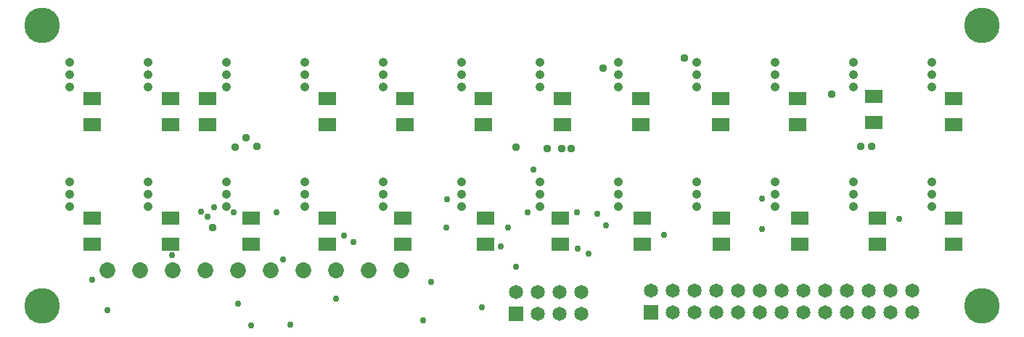
<source format=gts>
%FSLAX44Y44*%
%MOMM*%
G71*
G01*
G75*
G04 Layer_Color=8388736*
%ADD10R,1.9000X1.3500*%
%ADD11C,0.2540*%
%ADD12C,1.7000*%
%ADD13C,0.9000*%
%ADD14R,1.5000X1.5000*%
%ADD15C,1.5000*%
%ADD16C,4.0000*%
%ADD17C,0.6000*%
%ADD18C,0.8000*%
%ADD19O,0.5000X1.2000*%
%ADD20R,0.5000X1.2000*%
%ADD21R,0.9500X1.7000*%
%ADD22R,1.3500X1.9000*%
%ADD23C,0.2000*%
%ADD24C,0.2032*%
%ADD25R,2.0524X1.5024*%
%ADD26C,1.8524*%
%ADD27C,1.0524*%
%ADD28R,1.6524X1.6524*%
%ADD29C,1.6524*%
%ADD30C,4.1524*%
%ADD31C,0.7524*%
%ADD32C,0.9524*%
D25*
X970280Y245370D02*
D03*
Y214370D02*
D03*
X974090Y103130D02*
D03*
Y72130D02*
D03*
X1062990Y242830D02*
D03*
Y211830D02*
D03*
Y103130D02*
D03*
Y72130D02*
D03*
X791210Y242830D02*
D03*
Y211830D02*
D03*
X792480Y103130D02*
D03*
Y72130D02*
D03*
X881380Y242830D02*
D03*
Y211830D02*
D03*
X883920Y103130D02*
D03*
Y72130D02*
D03*
X607060Y242830D02*
D03*
Y211830D02*
D03*
X604520Y103130D02*
D03*
Y72130D02*
D03*
X698500Y242830D02*
D03*
Y211830D02*
D03*
X699770Y103130D02*
D03*
Y72130D02*
D03*
X422910Y242830D02*
D03*
Y211830D02*
D03*
X420370Y103130D02*
D03*
Y72130D02*
D03*
X514350Y242830D02*
D03*
Y211830D02*
D03*
X516890Y103130D02*
D03*
Y72130D02*
D03*
X243840Y103130D02*
D03*
Y72130D02*
D03*
X332740Y242830D02*
D03*
Y211830D02*
D03*
Y103130D02*
D03*
Y72130D02*
D03*
X58420Y242830D02*
D03*
Y211830D02*
D03*
Y103130D02*
D03*
Y72130D02*
D03*
X149860Y242830D02*
D03*
Y211830D02*
D03*
Y103130D02*
D03*
Y72130D02*
D03*
X193040Y242830D02*
D03*
Y211830D02*
D03*
D26*
X419100Y41620D02*
D03*
X381000D02*
D03*
X76200D02*
D03*
X114300D02*
D03*
X152400D02*
D03*
X190500D02*
D03*
X228600D02*
D03*
X266700D02*
D03*
X304800D02*
D03*
X342900D02*
D03*
D27*
X1037590Y130810D02*
D03*
Y116810D02*
D03*
Y144810D02*
D03*
Y284510D02*
D03*
Y256510D02*
D03*
Y270510D02*
D03*
X946150Y130810D02*
D03*
Y116810D02*
D03*
Y144810D02*
D03*
Y284510D02*
D03*
Y256510D02*
D03*
Y270510D02*
D03*
X854710Y130810D02*
D03*
Y116810D02*
D03*
Y144810D02*
D03*
Y284510D02*
D03*
Y256510D02*
D03*
Y270510D02*
D03*
X763270Y130810D02*
D03*
Y116810D02*
D03*
Y144810D02*
D03*
Y284510D02*
D03*
Y256510D02*
D03*
Y270510D02*
D03*
X671830Y130810D02*
D03*
Y116810D02*
D03*
Y144810D02*
D03*
Y284510D02*
D03*
Y256510D02*
D03*
Y270510D02*
D03*
X580390Y130810D02*
D03*
Y116810D02*
D03*
Y144810D02*
D03*
Y284510D02*
D03*
Y256510D02*
D03*
Y270510D02*
D03*
X488950Y130810D02*
D03*
Y116810D02*
D03*
Y144810D02*
D03*
Y284510D02*
D03*
Y256510D02*
D03*
Y270510D02*
D03*
X397510Y130810D02*
D03*
Y116810D02*
D03*
Y144810D02*
D03*
Y284510D02*
D03*
Y256510D02*
D03*
Y270510D02*
D03*
X306070Y130810D02*
D03*
Y116810D02*
D03*
Y144810D02*
D03*
Y284510D02*
D03*
Y256510D02*
D03*
Y270510D02*
D03*
X214630Y130810D02*
D03*
Y116810D02*
D03*
Y144810D02*
D03*
Y284510D02*
D03*
Y256510D02*
D03*
Y270510D02*
D03*
X123190Y130810D02*
D03*
Y116810D02*
D03*
Y144810D02*
D03*
Y284510D02*
D03*
Y256510D02*
D03*
Y270510D02*
D03*
X31750Y130810D02*
D03*
Y116810D02*
D03*
Y144810D02*
D03*
Y284510D02*
D03*
Y256510D02*
D03*
Y270510D02*
D03*
D28*
X709930Y-7620D02*
D03*
X552450Y-8890D02*
D03*
D29*
X709930Y17780D02*
D03*
X735330Y-7620D02*
D03*
Y17780D02*
D03*
X760730Y-7620D02*
D03*
Y17780D02*
D03*
X786130Y-7620D02*
D03*
Y17780D02*
D03*
X811530Y-7620D02*
D03*
Y17780D02*
D03*
X836930Y-7620D02*
D03*
Y17780D02*
D03*
X862330Y-7620D02*
D03*
Y17780D02*
D03*
X887730Y-7620D02*
D03*
Y17780D02*
D03*
X913130Y-7620D02*
D03*
Y17780D02*
D03*
X938530Y-7620D02*
D03*
Y17780D02*
D03*
X963930Y-7620D02*
D03*
Y17780D02*
D03*
X989330Y-7620D02*
D03*
Y17780D02*
D03*
X1014730Y-7620D02*
D03*
Y17780D02*
D03*
X628650Y16510D02*
D03*
Y-8890D02*
D03*
X603250Y16510D02*
D03*
Y-8890D02*
D03*
X577850Y16510D02*
D03*
Y-8890D02*
D03*
X552450Y16510D02*
D03*
D30*
X1096010Y0D02*
D03*
Y327660D02*
D03*
X0D02*
D03*
Y0D02*
D03*
D31*
X572889Y159908D02*
D03*
X623570Y109220D02*
D03*
X566420D02*
D03*
X657860Y93980D02*
D03*
X725805Y83185D02*
D03*
X513080Y-1270D02*
D03*
X342900Y8890D02*
D03*
X647700Y107950D02*
D03*
X543560Y91440D02*
D03*
X58420Y30480D02*
D03*
X76200Y-5080D02*
D03*
X228600Y2540D02*
D03*
X453390Y27940D02*
D03*
X444500Y-16510D02*
D03*
X273050Y109220D02*
D03*
X280670Y54610D02*
D03*
X151130Y59690D02*
D03*
X363220Y74930D02*
D03*
X471170Y91440D02*
D03*
X534670Y69850D02*
D03*
X351790Y82550D02*
D03*
X552450Y45720D02*
D03*
X289560Y-21590D02*
D03*
X243840Y-22860D02*
D03*
X637540Y60960D02*
D03*
X624840Y67310D02*
D03*
X999490Y101600D02*
D03*
X223520Y109220D02*
D03*
X200660Y115570D02*
D03*
X193040Y104140D02*
D03*
X185420Y110490D02*
D03*
X472440Y124460D02*
D03*
X839470Y90170D02*
D03*
Y125730D02*
D03*
D32*
X198850Y91440D02*
D03*
X617220Y184150D02*
D03*
X605790D02*
D03*
X589280D02*
D03*
X237490Y196850D02*
D03*
X749300Y289560D02*
D03*
X955040Y186690D02*
D03*
X967740D02*
D03*
X552450Y185420D02*
D03*
X920750Y247650D02*
D03*
X654050Y278130D02*
D03*
X250190Y186690D02*
D03*
X224790Y185420D02*
D03*
M02*

</source>
